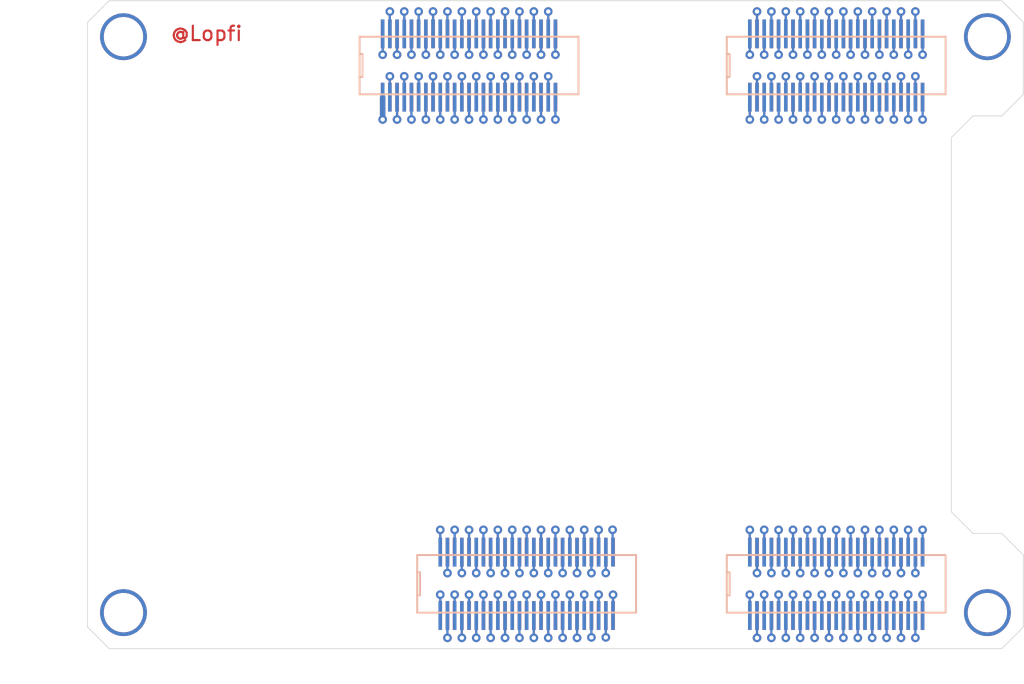
<source format=kicad_pcb>
(kicad_pcb (version 20211014) (generator pcbnew)
  (layers (0 "F.Cu" signal) (31 "B.Cu" signal) (34 "B.Paste" user) (35 "F.Paste" user) (36 "B.SilkS" user "B.Silkscreen") (37 "F.SilkS" user "F.Silkscreen") (38 "B.Mask" user) (39 "F.Mask" user) (44 "Edge.Cuts" user))
  (net 0 "")
  (net 1 "unconnected-(B1-PadA_1)")
  (net 2 "unconnected-(B1-PadA_2)")
  (net 3 "unconnected-(B1-PadA_3)")
  (net 4 "unconnected-(B1-PadA_4)")
  (net 5 "unconnected-(B1-PadA_5)")
  (net 6 "unconnected-(B1-PadA_6)")
  (net 7 "unconnected-(B1-PadA_7)")
  (net 8 "unconnected-(B1-PadA_8)")
  (net 9 "unconnected-(B1-PadA_9)")
  (net 10 "unconnected-(B1-PadA_10)")
  (net 11 "unconnected-(B1-PadA_11)")
  (net 12 "unconnected-(B1-PadA_12)")
  (net 13 "unconnected-(B1-PadA_13)")
  (net 14 "unconnected-(B1-PadA_14)")
  (net 15 "unconnected-(B1-PadA_15)")
  (net 16 "unconnected-(B1-PadA_16)")
  (net 17 "unconnected-(B1-PadA_17)")
  (net 18 "unconnected-(B1-PadA_18)")
  (net 19 "unconnected-(B1-PadA_19)")
  (net 20 "unconnected-(B1-PadA_20)")
  (net 21 "unconnected-(B1-PadA_21)")
  (net 22 "unconnected-(B1-PadA_22)")
  (net 23 "unconnected-(B1-PadA_23)")
  (net 24 "unconnected-(B1-PadA_24)")
  (net 25 "unconnected-(B1-PadA_25)")
  (net 26 "unconnected-(B1-PadA_26)")
  (net 27 "unconnected-(B1-PadA_27)")
  (net 28 "unconnected-(B1-PadA_28)")
  (net 29 "unconnected-(B1-PadA_29)")
  (net 30 "unconnected-(B1-PadA_30)")
  (net 31 "unconnected-(B1-PadA_31)")
  (net 32 "unconnected-(B1-PadA_32)")
  (net 33 "unconnected-(B1-PadA_33)")
  (net 34 "unconnected-(B1-PadA_34)")
  (net 35 "unconnected-(B1-PadA_35)")
  (net 36 "unconnected-(B1-PadA_36)")
  (net 37 "unconnected-(B1-PadA_37)")
  (net 38 "unconnected-(B1-PadA_38)")
  (net 39 "unconnected-(B1-PadA_39)")
  (net 40 "unconnected-(B1-PadA_40)")
  (net 41 "unconnected-(B1-PadA_41)")
  (net 42 "unconnected-(B1-PadA_42)")
  (net 43 "unconnected-(B1-PadA_43)")
  (net 44 "unconnected-(B1-PadA_44)")
  (net 45 "unconnected-(B1-PadA_45)")
  (net 46 "unconnected-(B1-PadA_46)")
  (net 47 "unconnected-(B1-PadA_47)")
  (net 48 "unconnected-(B1-PadA_48)")
  (net 49 "unconnected-(B1-PadA_49)")
  (net 50 "unconnected-(B1-PadA_50)")
  (net 51 "unconnected-(B1-PadB_1)")
  (net 52 "unconnected-(B1-PadB_2)")
  (net 53 "unconnected-(B1-PadB_3)")
  (net 54 "unconnected-(B1-PadB_4)")
  (net 55 "unconnected-(B1-PadB_5)")
  (net 56 "unconnected-(B1-PadB_6)")
  (net 57 "unconnected-(B1-PadB_7)")
  (net 58 "unconnected-(B1-PadB_8)")
  (net 59 "unconnected-(B1-PadB_9)")
  (net 60 "unconnected-(B1-PadB_10)")
  (net 61 "unconnected-(B1-PadB_11)")
  (net 62 "unconnected-(B1-PadB_12)")
  (net 63 "unconnected-(B1-PadB_13)")
  (net 64 "unconnected-(B1-PadB_14)")
  (net 65 "unconnected-(B1-PadB_15)")
  (net 66 "unconnected-(B1-PadB_16)")
  (net 67 "unconnected-(B1-PadB_17)")
  (net 68 "unconnected-(B1-PadB_18)")
  (net 69 "unconnected-(B1-PadB_19)")
  (net 70 "unconnected-(B1-PadB_20)")
  (net 71 "unconnected-(B1-PadB_21)")
  (net 72 "unconnected-(B1-PadB_22)")
  (net 73 "unconnected-(B1-PadB_23)")
  (net 74 "unconnected-(B1-PadB_24)")
  (net 75 "unconnected-(B1-PadB_25)")
  (net 76 "unconnected-(B1-PadB_26)")
  (net 77 "unconnected-(B1-PadB_27)")
  (net 78 "unconnected-(B1-PadB_28)")
  (net 79 "unconnected-(B1-PadB_29)")
  (net 80 "unconnected-(B1-PadB_30)")
  (net 81 "unconnected-(B1-PadB_31)")
  (net 82 "unconnected-(B1-PadB_32)")
  (net 83 "unconnected-(B1-PadB_33)")
  (net 84 "unconnected-(B1-PadB_34)")
  (net 85 "unconnected-(B1-PadB_35)")
  (net 86 "unconnected-(B1-PadB_36)")
  (net 87 "unconnected-(B1-PadB_37)")
  (net 88 "unconnected-(B1-PadB_38)")
  (net 89 "unconnected-(B1-PadB_39)")
  (net 90 "unconnected-(B1-PadB_40)")
  (net 91 "unconnected-(B1-PadB_41)")
  (net 92 "unconnected-(B1-PadB_42)")
  (net 93 "unconnected-(B1-PadB_43)")
  (net 94 "unconnected-(B1-PadB_44)")
  (net 95 "unconnected-(B1-PadB_45)")
  (net 96 "unconnected-(B1-PadB_46)")
  (net 97 "unconnected-(B1-PadB_47)")
  (net 98 "unconnected-(B1-PadB_48)")
  (net 99 "unconnected-(B1-PadB_49)")
  (net 100 "unconnected-(B1-PadB_50)")
  (net 101 "unconnected-(B1-PadC_1)")
  (net 102 "unconnected-(B1-PadC_2)")
  (net 103 "unconnected-(B1-PadC_3)")
  (net 104 "unconnected-(B1-PadC_4)")
  (net 105 "unconnected-(B1-PadC_5)")
  (net 106 "unconnected-(B1-PadC_6)")
  (net 107 "unconnected-(B1-PadC_7)")
  (net 108 "unconnected-(B1-PadC_8)")
  (net 109 "unconnected-(B1-PadC_9)")
  (net 110 "unconnected-(B1-PadC_10)")
  (net 111 "unconnected-(B1-PadC_11)")
  (net 112 "unconnected-(B1-PadC_12)")
  (net 113 "unconnected-(B1-PadC_13)")
  (net 114 "unconnected-(B1-PadC_14)")
  (net 115 "unconnected-(B1-PadC_15)")
  (net 116 "unconnected-(B1-PadC_16)")
  (net 117 "unconnected-(B1-PadC_17)")
  (net 118 "unconnected-(B1-PadC_18)")
  (net 119 "unconnected-(B1-PadC_19)")
  (net 120 "unconnected-(B1-PadC_20)")
  (net 121 "unconnected-(B1-PadC_21)")
  (net 122 "unconnected-(B1-PadC_22)")
  (net 123 "unconnected-(B1-PadC_23)")
  (net 124 "unconnected-(B1-PadC_24)")
  (net 125 "unconnected-(B1-PadC_25)")
  (net 126 "unconnected-(B1-PadC_26)")
  (net 127 "unconnected-(B1-PadC_27)")
  (net 128 "unconnected-(B1-PadC_28)")
  (net 129 "unconnected-(B1-PadC_29)")
  (net 130 "unconnected-(B1-PadC_30)")
  (net 131 "unconnected-(B1-PadC_31)")
  (net 132 "unconnected-(B1-PadC_32)")
  (net 133 "unconnected-(B1-PadC_33)")
  (net 134 "unconnected-(B1-PadC_34)")
  (net 135 "unconnected-(B1-PadC_35)")
  (net 136 "unconnected-(B1-PadC_36)")
  (net 137 "unconnected-(B1-PadC_37)")
  (net 138 "unconnected-(B1-PadC_38)")
  (net 139 "unconnected-(B1-PadC_39)")
  (net 140 "unconnected-(B1-PadC_40)")
  (net 141 "unconnected-(B1-PadC_41)")
  (net 142 "unconnected-(B1-PadC_42)")
  (net 143 "unconnected-(B1-PadC_43)")
  (net 144 "unconnected-(B1-PadC_44)")
  (net 145 "unconnected-(B1-PadC_45)")
  (net 146 "unconnected-(B1-PadC_46)")
  (net 147 "unconnected-(B1-PadC_47)")
  (net 148 "unconnected-(B1-PadC_48)")
  (net 149 "unconnected-(B1-PadC_49)")
  (net 150 "unconnected-(B1-PadC_50)")
  (net 151 "unconnected-(B1-PadD_1)")
  (net 152 "unconnected-(B1-PadD_2)")
  (net 153 "unconnected-(B1-PadD_3)")
  (net 154 "unconnected-(B1-PadD_4)")
  (net 155 "unconnected-(B1-PadD_5)")
  (net 156 "unconnected-(B1-PadD_6)")
  (net 157 "unconnected-(B1-PadD_7)")
  (net 158 "unconnected-(B1-PadD_8)")
  (net 159 "unconnected-(B1-PadD_9)")
  (net 160 "unconnected-(B1-PadD_10)")
  (net 161 "unconnected-(B1-PadD_11)")
  (net 162 "unconnected-(B1-PadD_12)")
  (net 163 "unconnected-(B1-PadD_13)")
  (net 164 "unconnected-(B1-PadD_14)")
  (net 165 "unconnected-(B1-PadD_15)")
  (net 166 "unconnected-(B1-PadD_16)")
  (net 167 "unconnected-(B1-PadD_17)")
  (net 168 "unconnected-(B1-PadD_18)")
  (net 169 "unconnected-(B1-PadD_19)")
  (net 170 "unconnected-(B1-PadD_20)")
  (net 171 "unconnected-(B1-PadD_21)")
  (net 172 "unconnected-(B1-PadD_22)")
  (net 173 "unconnected-(B1-PadD_23)")
  (net 174 "unconnected-(B1-PadD_24)")
  (net 175 "unconnected-(B1-PadD_25)")
  (net 176 "unconnected-(B1-PadD_26)")
  (net 177 "unconnected-(B1-PadD_27)")
  (net 178 "unconnected-(B1-PadD_28)")
  (net 179 "unconnected-(B1-PadD_29)")
  (net 180 "unconnected-(B1-PadD_30)")
  (net 181 "unconnected-(B1-PadD_31)")
  (net 182 "unconnected-(B1-PadD_32)")
  (net 183 "unconnected-(B1-PadD_33)")
  (net 184 "unconnected-(B1-PadD_34)")
  (net 185 "unconnected-(B1-PadD_35)")
  (net 186 "unconnected-(B1-PadD_36)")
  (net 187 "unconnected-(B1-PadD_37)")
  (net 188 "unconnected-(B1-PadD_38)")
  (net 189 "unconnected-(B1-PadD_39)")
  (net 190 "unconnected-(B1-PadD_40)")
  (net 191 "unconnected-(B1-PadD_41)")
  (net 192 "unconnected-(B1-PadD_42)")
  (net 193 "unconnected-(B1-PadD_43)")
  (net 194 "unconnected-(B1-PadD_44)")
  (net 195 "unconnected-(B1-PadD_45)")
  (net 196 "unconnected-(B1-PadD_46)")
  (net 197 "unconnected-(B1-PadD_47)")
  (net 198 "unconnected-(B1-PadD_48)")
  (net 199 "unconnected-(B1-PadD_49)")
  (net 200 "unconnected-(B1-PadD_50)")
  (footprint "ALCHITRY_ELEMENT:ELEMENT" (layer "F.Cu") (at 117.46 127.81)
    (fp_text reference "B1" hide)
    (fp_text value "ALCHITRY_ELEMENT_AU")
  )
  (gr_line (start 117.46 84.31) (end 117.46 126.31) (layer "Edge.Cuts") (width 0.05))
  (gr_line (start 117.46 126.31) (end 118.96 127.81) (layer "Edge.Cuts") (width 0.05))
  (gr_line (start 182.46 126.31) (end 182.46 121.31) (layer "Edge.Cuts") (width 0.05))
  (gr_line (start 182.46 89.31) (end 182.46 84.31) (layer "Edge.Cuts") (width 0.05))
  (gr_line (start 182.46 84.31) (end 180.96 82.81) (layer "Edge.Cuts") (width 0.05))
  (gr_line (start 180.96 82.81) (end 118.96 82.81) (layer "Edge.Cuts") (width 0.05))
  (gr_line (start 180.96 119.81) (end 178.96 119.81) (layer "Edge.Cuts") (width 0.05))
  (gr_line (start 177.46 118.31) (end 177.46 92.31) (layer "Edge.Cuts") (width 0.05))
  (gr_line (start 180.96 127.81) (end 182.46 126.31) (layer "Edge.Cuts") (width 0.05))
  (gr_line (start 180.96 90.81) (end 182.46 89.31) (layer "Edge.Cuts") (width 0.05))
  (gr_line (start 178.96 119.81) (end 177.46 118.31) (layer "Edge.Cuts") (width 0.05))
  (gr_line (start 118.96 127.81) (end 180.96 127.81) (layer "Edge.Cuts") (width 0.05))
  (gr_line (start 118.96 82.81) (end 117.46 84.31) (layer "Edge.Cuts") (width 0.05))
  (gr_line (start 178.96 90.81) (end 180.96 90.81) (layer "Edge.Cuts") (width 0.05))
  (gr_line (start 182.46 121.31) (end 180.96 119.81) (layer "Edge.Cuts") (width 0.05))
  (gr_line (start 177.46 92.31) (end 178.96 90.81) (layer "Edge.Cuts") (width 0.05))
  (gr_text "@Lopfi" (at 125.73 85.09) (layer "F.Cu") (effects (font (size 1 1))))
  (segment (start 137.96 91.06) (end 137.96 89.56) (width 0.381) (layer "F.Cu") (net 1))
  (via (at 137.96 91.06) (size 0.6) (drill 0.3) (layers "F.Cu" "B.Cu") (net 1))
  (segment (start 137.96 89.51) (end 137.96 91.06) (width 0.381) (layer "B.Cu") (net 1))
  (segment (start 138.46 89.51) (end 138.46 88.06) (width 0.1524) (layer "F.Cu") (net 2))
  (via (at 138.46 88.06) (size 0.6) (drill 0.3) (layers "F.Cu" "B.Cu") (net 2))
  (segment (start 138.46 88.06) (end 138.46 89.56) (width 0.1524) (layer "B.Cu") (net 2))
  (segment (start 138.96 89.51) (end 138.96 91.06) (width 0.1524) (layer "F.Cu") (net 3))
  (via (at 138.96 91.06) (size 0.6) (drill 0.3) (layers "F.Cu" "B.Cu") (net 3))
  (segment (start 138.96 91.06) (end 138.96 89.56) (width 0.1524) (layer "B.Cu") (net 3))
  (segment (start 139.46 89.51) (end 139.46 88.06) (width 0.1524) (layer "F.Cu") (net 4))
  (via (at 139.46 88.06) (size 0.6) (drill 0.3) (layers "F.Cu" "B.Cu") (net 4))
  (segment (start 139.46 88.06) (end 139.46 89.56) (width 0.1524) (layer "B.Cu") (net 4))
  (segment (start 139.96 91.06) (end 139.96 89.56) (width 0.1524) (layer "F.Cu") (net 5))
  (via (at 139.96 91.06) (size 0.6) (drill 0.3) (layers "F.Cu" "B.Cu") (net 5))
  (segment (start 139.96 89.51) (end 139.96 91.06) (width 0.1524) (layer "B.Cu") (net 5))
  (segment (start 140.46 89.51) (end 140.46 88.06) (width 0.1524) (layer "F.Cu") (net 6))
  (via (at 140.46 88.06) (size 0.6) (drill 0.3) (layers "F.Cu" "B.Cu") (net 6))
  (segment (start 140.46 88.06) (end 140.46 89.56) (width 0.1524) (layer "B.Cu") (net 6))
  (segment (start 140.96 89.61) (end 140.96 91.06) (width 0.1524) (layer "F.Cu") (net 7))
  (via (at 140.96 91.06) (size 0.6) (drill 0.3) (layers "F.Cu" "B.Cu") (net 7))
  (segment (start 140.96 91.06) (end 140.96 89.56) (width 0.1524) (layer "B.Cu") (net 7))
  (segment (start 141.46 88.06) (end 141.46 89.56) (width 0.1524) (layer "F.Cu") (net 8))
  (via (at 141.46 88.06) (size 0.6) (drill 0.3) (layers "F.Cu" "B.Cu") (net 8))
  (segment (start 141.46 89.51) (end 141.46 88.06) (width 0.1524) (layer "B.Cu") (net 8))
  (segment (start 141.96 89.51) (end 141.96 91.06) (width 0.1524) (layer "F.Cu") (net 9))
  (via (at 141.96 91.06) (size 0.6) (drill 0.3) (layers "F.Cu" "B.Cu") (net 9))
  (segment (start 141.96 91.06) (end 141.96 89.56) (width 0.1524) (layer "B.Cu") (net 9))
  (segment (start 142.46 89.51) (end 142.46 88.06) (width 0.1524) (layer "F.Cu") (net 10))
  (via (at 142.46 88.06) (size 0.6) (drill 0.3) (layers "F.Cu" "B.Cu") (net 10))
  (segment (start 142.46 88.06) (end 142.46 89.56) (width 0.1524) (layer "B.Cu") (net 10))
  (segment (start 142.96 91.06) (end 142.96 89.56) (width 0.1524) (layer "F.Cu") (net 11))
  (via (at 142.96 91.06) (size 0.6) (drill 0.3) (layers "F.Cu" "B.Cu") (net 11))
  (segment (start 142.96 89.51) (end 142.96 91.06) (width 0.1524) (layer "B.Cu") (net 11))
  (segment (start 143.46 89.51) (end 143.46 88.06) (width 0.1524) (layer "F.Cu") (net 12))
  (via (at 143.46 88.06) (size 0.6) (drill 0.3) (layers "F.Cu" "B.Cu") (net 12))
  (segment (start 143.46 88.06) (end 143.46 89.56) (width 0.1524) (layer "B.Cu") (net 12))
  (segment (start 143.96 89.61) (end 143.96 91.06) (width 0.1524) (layer "F.Cu") (net 13))
  (via (at 143.96 91.06) (size 0.6) (drill 0.3) (layers "F.Cu" "B.Cu") (net 13))
  (segment (start 143.96 91.06) (end 143.96 89.56) (width 0.1524) (layer "B.Cu") (net 13))
  (segment (start 144.46 88.06) (end 144.46 89.56) (width 0.1524) (layer "F.Cu") (net 14))
  (via (at 144.46 88.06) (size 0.6) (drill 0.3) (layers "F.Cu" "B.Cu") (net 14))
  (segment (start 144.46 89.51) (end 144.46 88.06) (width 0.1524) (layer "B.Cu") (net 14))
  (segment (start 144.96 89.51) (end 144.96 91.06) (width 0.1524) (layer "F.Cu") (net 15))
  (via (at 144.96 91.06) (size 0.6) (drill 0.3) (layers "F.Cu" "B.Cu") (net 15))
  (segment (start 144.96 91.06) (end 144.96 89.56) (width 0.1524) (layer "B.Cu") (net 15))
  (segment (start 145.46 89.51) (end 145.46 88.06) (width 0.1524) (layer "F.Cu") (net 16))
  (via (at 145.46 88.06) (size 0.6) (drill 0.3) (layers "F.Cu" "B.Cu") (net 16))
  (segment (start 145.46 88.06) (end 145.46 89.56) (width 0.1524) (layer "B.Cu") (net 16))
  (segment (start 145.96 91.06) (end 145.96 89.56) (width 0.1524) (layer "F.Cu") (net 17))
  (via (at 145.96 91.06) (size 0.6) (drill 0.3) (layers "F.Cu" "B.Cu") (net 17))
  (segment (start 145.96 89.51) (end 145.96 91.06) (width 0.1524) (layer "B.Cu") (net 17))
  (segment (start 146.46 89.51) (end 146.46 88.06) (width 0.1524) (layer "F.Cu") (net 18))
  (via (at 146.46 88.06) (size 0.6) (drill 0.3) (layers "F.Cu" "B.Cu") (net 18))
  (segment (start 146.46 88.06) (end 146.46 89.56) (width 0.1524) (layer "B.Cu") (net 18))
  (segment (start 146.96 89.61) (end 146.96 91.06) (width 0.1524) (layer "F.Cu") (net 19))
  (via (at 146.96 91.06) (size 0.6) (drill 0.3) (layers "F.Cu" "B.Cu") (net 19))
  (segment (start 146.96 91.06) (end 146.96 89.56) (width 0.1524) (layer "B.Cu") (net 19))
  (segment (start 147.46 88.06) (end 147.46 89.56) (width 0.1524) (layer "F.Cu") (net 20))
  (via (at 147.46 88.06) (size 0.6) (drill 0.3) (layers "F.Cu" "B.Cu") (net 20))
  (segment (start 147.46 89.51) (end 147.46 88.06) (width 0.1524) (layer "B.Cu") (net 20))
  (segment (start 147.96 89.51) (end 147.96 91.06) (width 0.1524) (layer "F.Cu") (net 21))
  (via (at 147.96 91.06) (size 0.6) (drill 0.3) (layers "F.Cu" "B.Cu") (net 21))
  (segment (start 147.96 91.06) (end 147.96 89.56) (width 0.1524) (layer "B.Cu") (net 21))
  (segment (start 148.46 89.51) (end 148.46 88.06) (width 0.1524) (layer "F.Cu") (net 22))
  (via (at 148.46 88.06) (size 0.6) (drill 0.3) (layers "F.Cu" "B.Cu") (net 22))
  (segment (start 148.46 88.06) (end 148.46 89.56) (width 0.1524) (layer "B.Cu") (net 22))
  (segment (start 148.96 91.06) (end 148.96 89.56) (width 0.1524) (layer "F.Cu") (net 23))
  (via (at 148.96 91.06) (size 0.6) (drill 0.3) (layers "F.Cu" "B.Cu") (net 23))
  (segment (start 148.96 89.51) (end 148.96 91.06) (width 0.1524) (layer "B.Cu") (net 23))
  (segment (start 149.46 89.51) (end 149.46 88.06) (width 0.1524) (layer "F.Cu") (net 24))
  (via (at 149.46 88.06) (size 0.6) (drill 0.3) (layers "F.Cu" "B.Cu") (net 24))
  (segment (start 149.46 88.06) (end 149.46 89.56) (width 0.1524) (layer "B.Cu") (net 24))
  (segment (start 149.96 89.61) (end 149.96 91.06) (width 0.1524) (layer "F.Cu") (net 25))
  (via (at 149.96 91.06) (size 0.6) (drill 0.3) (layers "F.Cu" "B.Cu") (net 25))
  (segment (start 149.96 91.06) (end 149.96 89.56) (width 0.1524) (layer "B.Cu") (net 25))
  (segment (start 149.96 85.11) (end 149.96 86.56) (width 0.1524) (layer "F.Cu") (net 26))
  (via (at 149.96 86.56) (size 0.6) (drill 0.3) (layers "F.Cu" "B.Cu") (net 26))
  (segment (start 149.96 86.56) (end 149.96 85.06) (width 0.1524) (layer "B.Cu") (net 26))
  (segment (start 149.46 83.56) (end 149.46 85.06) (width 0.1524) (layer "F.Cu") (net 27))
  (via (at 149.46 83.56) (size 0.6) (drill 0.3) (layers "F.Cu" "B.Cu") (net 27))
  (segment (start 149.46 85.11) (end 149.46 83.56) (width 0.1524) (layer "B.Cu") (net 27))
  (segment (start 148.96 85.11) (end 148.96 86.56) (width 0.1524) (layer "F.Cu") (net 28))
  (via (at 148.96 86.56) (size 0.6) (drill 0.3) (layers "F.Cu" "B.Cu") (net 28))
  (segment (start 148.96 86.56) (end 148.96 85.06) (width 0.1524) (layer "B.Cu") (net 28))
  (segment (start 148.46 85.01) (end 148.46 83.56) (width 0.1524) (layer "F.Cu") (net 29))
  (via (at 148.46 83.56) (size 0.6) (drill 0.3) (layers "F.Cu" "B.Cu") (net 29))
  (segment (start 148.46 83.56) (end 148.46 85.06) (width 0.1524) (layer "B.Cu") (net 29))
  (segment (start 147.96 86.56) (end 147.96 85.31) (width 0.1524) (layer "F.Cu") (net 30))
  (via (at 147.96 86.56) (size 0.6) (drill 0.3) (layers "F.Cu" "B.Cu") (net 30))
  (segment (start 147.96 85.11) (end 147.96 86.56) (width 0.1524) (layer "B.Cu") (net 30))
  (segment (start 147.46 85.11) (end 147.46 83.56) (width 0.1524) (layer "F.Cu") (net 31))
  (via (at 147.46 83.56) (size 0.6) (drill 0.3) (layers "F.Cu" "B.Cu") (net 31))
  (segment (start 147.46 83.56) (end 147.46 85.31) (width 0.1524) (layer "B.Cu") (net 31))
  (segment (start 146.96 85.11) (end 146.96 86.56) (width 0.1524) (layer "F.Cu") (net 32))
  (via (at 146.96 86.56) (size 0.6) (drill 0.3) (layers "F.Cu" "B.Cu") (net 32))
  (segment (start 146.96 86.56) (end 146.96 85.06) (width 0.1524) (layer "B.Cu") (net 32))
  (segment (start 146.46 83.56) (end 146.46 85.31) (width 0.1524) (layer "F.Cu") (net 33))
  (via (at 146.46 83.56) (size 0.6) (drill 0.3) (layers "F.Cu" "B.Cu") (net 33))
  (segment (start 146.46 85.11) (end 146.46 83.56) (width 0.1524) (layer "B.Cu") (net 33))
  (segment (start 145.96 85.11) (end 145.96 86.56) (width 0.1524) (layer "F.Cu") (net 34))
  (via (at 145.96 86.56) (size 0.6) (drill 0.3) (layers "F.Cu" "B.Cu") (net 34))
  (segment (start 145.96 86.56) (end 145.96 85.06) (width 0.1524) (layer "B.Cu") (net 34))
  (segment (start 145.46 85.01) (end 145.46 83.56) (width 0.1524) (layer "F.Cu") (net 35))
  (via (at 145.46 83.56) (size 0.6) (drill 0.3) (layers "F.Cu" "B.Cu") (net 35))
  (segment (start 145.46 83.56) (end 145.46 85.06) (width 0.1524) (layer "B.Cu") (net 35))
  (segment (start 144.96 86.56) (end 144.96 85.06) (width 0.1524) (layer "F.Cu") (net 36))
  (via (at 144.96 86.56) (size 0.6) (drill 0.3) (layers "F.Cu" "B.Cu") (net 36))
  (segment (start 144.96 85.11) (end 144.96 86.56) (width 0.1524) (layer "B.Cu") (net 36))
  (segment (start 144.46 85.11) (end 144.46 83.56) (width 0.1524) (layer "F.Cu") (net 37))
  (via (at 144.46 83.56) (size 0.6) (drill 0.3) (layers "F.Cu" "B.Cu") (net 37))
  (segment (start 144.46 83.56) (end 144.46 85.06) (width 0.1524) (layer "B.Cu") (net 37))
  (segment (start 143.96 85.11) (end 143.96 86.56) (width 0.1524) (layer "F.Cu") (net 38))
  (via (at 143.96 86.56) (size 0.6) (drill 0.3) (layers "F.Cu" "B.Cu") (net 38))
  (segment (start 143.96 86.56) (end 143.96 85.06) (width 0.1524) (layer "B.Cu") (net 38))
  (segment (start 143.46 83.56) (end 143.46 85.06) (width 0.1524) (layer "F.Cu") (net 39))
  (via (at 143.46 83.56) (size 0.6) (drill 0.3) (layers "F.Cu" "B.Cu") (net 39))
  (segment (start 143.46 85.11) (end 143.46 83.56) (width 0.1524) (layer "B.Cu") (net 39))
  (segment (start 142.96 85.11) (end 142.96 86.56) (width 0.1524) (layer "F.Cu") (net 40))
  (via (at 142.96 86.56) (size 0.6) (drill 0.3) (layers "F.Cu" "B.Cu") (net 40))
  (segment (start 142.96 86.56) (end 142.96 85.06) (width 0.1524) (layer "B.Cu") (net 40))
  (segment (start 142.46 85.01) (end 142.46 83.56) (width 0.1524) (layer "F.Cu") (net 41))
  (via (at 142.46 83.56) (size 0.6) (drill 0.3) (layers "F.Cu" "B.Cu") (net 41))
  (segment (start 142.46 83.56) (end 142.46 85.06) (width 0.1524) (layer "B.Cu") (net 41))
  (segment (start 141.96 86.56) (end 141.96 85.06) (width 0.1524) (layer "F.Cu") (net 42))
  (via (at 141.96 86.56) (size 0.6) (drill 0.3) (layers "F.Cu" "B.Cu") (net 42))
  (segment (start 141.96 85.11) (end 141.96 86.56) (width 0.1524) (layer "B.Cu") (net 42))
  (segment (start 141.46 85.11) (end 141.46 83.56) (width 0.1524) (layer "F.Cu") (net 43))
  (via (at 141.46 83.56) (size 0.6) (drill 0.3) (layers "F.Cu" "B.Cu") (net 43))
  (segment (start 141.46 83.56) (end 141.46 85.06) (width 0.1524) (layer "B.Cu") (net 43))
  (segment (start 140.96 85.11) (end 140.96 86.56) (width 0.1524) (layer "F.Cu") (net 44))
  (via (at 140.96 86.56) (size 0.6) (drill 0.3) (layers "F.Cu" "B.Cu") (net 44))
  (segment (start 140.96 86.56) (end 140.96 85.06) (width 0.1524) (layer "B.Cu") (net 44))
  (segment (start 140.46 83.56) (end 140.46 85.06) (width 0.1524) (layer "F.Cu") (net 45))
  (via (at 140.46 83.56) (size 0.6) (drill 0.3) (layers "F.Cu" "B.Cu") (net 45))
  (segment (start 140.46 85.11) (end 140.46 83.56) (width 0.1524) (layer "B.Cu") (net 45))
  (segment (start 139.96 85.11) (end 139.96 86.56) (width 0.1524) (layer "F.Cu") (net 46))
  (via (at 139.96 86.56) (size 0.6) (drill 0.3) (layers "F.Cu" "B.Cu") (net 46))
  (segment (start 139.96 86.56) (end 139.96 85.06) (width 0.1524) (layer "B.Cu") (net 46))
  (segment (start 139.46 85.01) (end 139.46 83.56) (width 0.1524) (layer "F.Cu") (net 47))
  (via (at 139.46 83.56) (size 0.6) (drill 0.3) (layers "F.Cu" "B.Cu") (net 47))
  (segment (start 139.46 83.56) (end 139.46 85.06) (width 0.1524) (layer "B.Cu") (net 47))
  (segment (start 138.96 86.56) (end 138.96 85.06) (width 0.1524) (layer "F.Cu") (net 48))
  (via (at 138.96 86.56) (size 0.6) (drill 0.3) (layers "F.Cu" "B.Cu") (net 48))
  (segment (start 138.96 85.11) (end 138.96 86.56) (width 0.1524) (layer "B.Cu") (net 48))
  (segment (start 138.46 85.11) (end 138.46 83.56) (width 0.1524) (layer "F.Cu") (net 49))
  (via (at 138.46 83.56) (size 0.6) (drill 0.3) (layers "F.Cu" "B.Cu") (net 49))
  (segment (start 138.46 83.56) (end 138.46 85.06) (width 0.1524) (layer "B.Cu") (net 49))
  (segment (start 137.96 86.56) (end 137.96 85.06) (width 0.1524) (layer "F.Cu") (net 50))
  (via (at 137.96 86.56) (size 0.6) (drill 0.3) (layers "F.Cu" "B.Cu") (net 50))
  (segment (start 137.96 85.11) (end 137.96 86.56) (width 0.1524) (layer "B.Cu") (net 50))
  (segment (start 163.46 91.06) (end 163.46 89.56) (width 0.1524) (layer "F.Cu") (net 51))
  (via (at 163.46 91.06) (size 0.6) (drill 0.3) (layers "F.Cu" "B.Cu") (net 51))
  (segment (start 163.46 89.51) (end 163.46 91.06) (width 0.1524) (layer "B.Cu") (net 51))
  (segment (start 163.96 89.51) (end 163.96 88.06) (width 0.1524) (layer "F.Cu") (net 52))
  (via (at 163.96 88.06) (size 0.6) (drill 0.3) (layers "F.Cu" "B.Cu") (net 52))
  (segment (start 163.96 88.06) (end 163.96 89.56) (width 0.1524) (layer "B.Cu") (net 52))
  (segment (start 164.46 91.06) (end 164.46 89.56) (width 0.1524) (layer "F.Cu") (net 53))
  (via (at 164.46 91.06) (size 0.6) (drill 0.3) (layers "F.Cu" "B.Cu") (net 53))
  (segment (start 164.46 89.51) (end 164.46 91.06) (width 0.1524) (layer "B.Cu") (net 53))
  (segment (start 164.96 89.51) (end 164.96 88.06) (width 0.1524) (layer "F.Cu") (net 54))
  (via (at 164.96 88.06) (size 0.6) (drill 0.3) (layers "F.Cu" "B.Cu") (net 54))
  (segment (start 164.96 88.06) (end 164.96 89.56) (width 0.1524) (layer "B.Cu") (net 54))
  (segment (start 165.46 89.51) (end 165.46 91.06) (width 0.1524) (layer "F.Cu") (net 55))
  (via (at 165.46 91.06) (size 0.6) (drill 0.3) (layers "F.Cu" "B.Cu") (net 55))
  (segment (start 165.46 91.06) (end 165.46 89.56) (width 0.1524) (layer "B.Cu") (net 55))
  (segment (start 165.96 88.06) (end 165.96 89.56) (width 0.1524) (layer "F.Cu") (net 56))
  (via (at 165.96 88.06) (size 0.6) (drill 0.3) (layers "F.Cu" "B.Cu") (net 56))
  (segment (start 165.96 89.51) (end 165.96 88.06) (width 0.1524) (layer "B.Cu") (net 56))
  (segment (start 166.46 89.61) (end 166.46 91.06) (width 0.1524) (layer "F.Cu") (net 57))
  (via (at 166.46 91.06) (size 0.6) (drill 0.3) (layers "F.Cu" "B.Cu") (net 57))
  (segment (start 166.46 91.06) (end 166.46 89.56) (width 0.1524) (layer "B.Cu") (net 57))
  (segment (start 166.96 89.51) (end 166.96 88.06) (width 0.1524) (layer "F.Cu") (net 58))
  (via (at 166.96 88.06) (size 0.6) (drill 0.3) (layers "F.Cu" "B.Cu") (net 58))
  (segment (start 166.96 88.06) (end 166.96 89.56) (width 0.1524) (layer "B.Cu") (net 58))
  (segment (start 167.46 91.06) (end 167.46 89.31) (width 0.1524) (layer "F.Cu") (net 59))
  (via (at 167.46 91.06) (size 0.6) (drill 0.3) (layers "F.Cu" "B.Cu") (net 59))
  (segment (start 167.46 89.51) (end 167.46 91.06) (width 0.1524) (layer "B.Cu") (net 59))
  (segment (start 167.96 89.51) (end 167.96 88.06) (width 0.1524) (layer "F.Cu") (net 60))
  (via (at 167.96 88.06) (size 0.6) (drill 0.3) (layers "F.Cu" "B.Cu") (net 60))
  (segment (start 167.96 88.06) (end 167.96 89.56) (width 0.1524) (layer "B.Cu") (net 60))
  (segment (start 168.46 89.51) (end 168.46 91.06) (width 0.1524) (layer "F.Cu") (net 61))
  (via (at 168.46 91.06) (size 0.6) (drill 0.3) (layers "F.Cu" "B.Cu") (net 61))
  (segment (start 168.46 91.06) (end 168.46 89.56) (width 0.1524) (layer "B.Cu") (net 61))
  (segment (start 168.96 88.06) (end 168.96 89.56) (width 0.1524) (layer "F.Cu") (net 62))
  (via (at 168.96 88.06) (size 0.6) (drill 0.3) (layers "F.Cu" "B.Cu") (net 62))
  (segment (start 168.96 89.51) (end 168.96 88.06) (width 0.1524) (layer "B.Cu") (net 62))
  (segment (start 169.46 89.61) (end 169.46 91.06) (width 0.1524) (layer "F.Cu") (net 63))
  (via (at 169.46 91.06) (size 0.6) (drill 0.3) (layers "F.Cu" "B.Cu") (net 63))
  (segment (start 169.46 91.06) (end 169.46 89.56) (width 0.1524) (layer "B.Cu") (net 63))
  (segment (start 169.96 89.51) (end 169.96 88.06) (width 0.1524) (layer "F.Cu") (net 64))
  (via (at 169.96 88.06) (size 0.6) (drill 0.3) (layers "F.Cu" "B.Cu") (net 64))
  (segment (start 169.96 88.06) (end 169.96 89.56) (width 0.1524) (layer "B.Cu") (net 64))
  (segment (start 170.46 91.06) (end 170.46 89.56) (width 0.1524) (layer "F.Cu") (net 65))
  (via (at 170.46 91.06) (size 0.6) (drill 0.3) (layers "F.Cu" "B.Cu") (net 65))
  (segment (start 170.46 89.51) (end 170.46 91.06) (width 0.1524) (layer "B.Cu") (net 65))
  (segment (start 170.96 89.51) (end 170.96 88.06) (width 0.1524) (layer "F.Cu") (net 66))
  (via (at 170.96 88.06) (size 0.6) (drill 0.3) (layers "F.Cu" "B.Cu") (net 66))
  (segment (start 170.96 88.06) (end 170.96 89.56) (width 0.1524) (layer "B.Cu") (net 66))
  (segment (start 171.46 91.06) (end 171.46 89.56) (width 0.1524) (layer "F.Cu") (net 67))
  (via (at 171.46 91.06) (size 0.6) (drill 0.3) (layers "F.Cu" "B.Cu") (net 67))
  (segment (start 171.46 89.51) (end 171.46 91.06) (width 0.1524) (layer "B.Cu") (net 67))
  (segment (start 171.96 89.51) (end 171.96 88.06) (width 0.1524) (layer "F.Cu") (net 68))
  (via (at 171.96 88.06) (size 0.6) (drill 0.3) (layers "F.Cu" "B.Cu") (net 68))
  (segment (start 171.96 88.06) (end 171.96 89.56) (width 0.1524) (layer "B.Cu") (net 68))
  (segment (start 172.46 89.61) (end 172.46 91.06) (width 0.1524) (layer "F.Cu") (net 69))
  (via (at 172.46 91.06) (size 0.6) (drill 0.3) (layers "F.Cu" "B.Cu") (net 69))
  (segment (start 172.46 91.06) (end 172.46 89.56) (width 0.1524) (layer "B.Cu") (net 69))
  (segment (start 172.96 88.06) (end 172.96 89.56) (width 0.1524) (layer "F.Cu") (net 70))
  (via (at 172.96 88.06) (size 0.6) (drill 0.3) (layers "F.Cu" "B.Cu") (net 70))
  (segment (start 172.96 89.51) (end 172.96 88.06) (width 0.1524) (layer "B.Cu") (net 70))
  (segment (start 173.46 89.51) (end 173.46 91.06) (width 0.1524) (layer "F.Cu") (net 71))
  (via (at 173.46 91.06) (size 0.6) (drill 0.3) (layers "F.Cu" "B.Cu") (net 71))
  (segment (start 173.46 91.06) (end 173.46 89.56) (width 0.1524) (layer "B.Cu") (net 71))
  (segment (start 173.96 89.51) (end 173.96 88.06) (width 0.1524) (layer "F.Cu") (net 72))
  (via (at 173.96 88.06) (size 0.6) (drill 0.3) (layers "F.Cu" "B.Cu") (net 72))
  (segment (start 173.96 88.06) (end 173.96 89.56) (width 0.1524) (layer "B.Cu") (net 72))
  (segment (start 174.46 91.06) (end 174.46 89.56) (width 0.1524) (layer "F.Cu") (net 73))
  (via (at 174.46 91.06) (size 0.6) (drill 0.3) (layers "F.Cu" "B.Cu") (net 73))
  (segment (start 174.46 89.51) (end 174.46 91.06) (width 0.1524) (layer "B.Cu") (net 73))
  (segment (start 174.96 89.51) (end 174.96 88.06) (width 0.1524) (layer "F.Cu") (net 74))
  (via (at 174.96 88.06) (size 0.6) (drill 0.3) (layers "F.Cu" "B.Cu") (net 74))
  (segment (start 174.96 88.06) (end 174.96 89.56) (width 0.1524) (layer "B.Cu") (net 74))
  (segment (start 175.46 89.61) (end 175.46 91.06) (width 0.1524) (layer "F.Cu") (net 75))
  (via (at 175.46 91.06) (size 0.6) (drill 0.3) (layers "F.Cu" "B.Cu") (net 75))
  (segment (start 175.46 91.06) (end 175.46 89.56) (width 0.1524) (layer "B.Cu") (net 75))
  (segment (start 175.46 85.11) (end 175.46 86.56) (width 0.1524) (layer "F.Cu") (net 76))
  (via (at 175.46 86.56) (size 0.6) (drill 0.3) (layers "F.Cu" "B.Cu") (net 76))
  (segment (start 175.46 86.56) (end 175.46 85.06) (width 0.1524) (layer "B.Cu") (net 76))
  (segment (start 174.96 85.11) (end 174.96 83.56) (width 0.1524) (layer "F.Cu") (net 77))
  (via (at 174.96 83.56) (size 0.6) (drill 0.3) (layers "F.Cu" "B.Cu") (net 77))
  (segment (start 174.96 83.56) (end 174.96 85.06) (width 0.1524) (layer "B.Cu") (net 77))
  (segment (start 174.46 86.56) (end 174.46 85.06) (width 0.1524) (layer "F.Cu") (net 78))
  (via (at 174.46 86.56) (size 0.6) (drill 0.3) (layers "F.Cu" "B.Cu") (net 78))
  (segment (start 174.46 85.11) (end 174.46 86.56) (width 0.1524) (layer "B.Cu") (net 78))
  (segment (start 173.96 85.01) (end 173.96 83.56) (width 0.1524) (layer "F.Cu") (net 79))
  (via (at 173.96 83.56) (size 0.6) (drill 0.3) (layers "F.Cu" "B.Cu") (net 79))
  (segment (start 173.96 83.56) (end 173.96 85.06) (width 0.1524) (layer "B.Cu") (net 79))
  (segment (start 173.46 86.56) (end 173.46 85.06) (width 0.1524) (layer "F.Cu") (net 80))
  (via (at 173.46 86.56) (size 0.6) (drill 0.3) (layers "F.Cu" "B.Cu") (net 80))
  (segment (start 173.46 85.11) (end 173.46 86.56) (width 0.1524) (layer "B.Cu") (net 80))
  (segment (start 172.96 85.11) (end 172.96 83.56) (width 0.1524) (layer "F.Cu") (net 81))
  (via (at 172.96 83.56) (size 0.6) (drill 0.3) (layers "F.Cu" "B.Cu") (net 81))
  (segment (start 172.96 83.56) (end 172.96 85.06) (width 0.1524) (layer "B.Cu") (net 81))
  (segment (start 172.46 85.11) (end 172.46 86.56) (width 0.1524) (layer "F.Cu") (net 82))
  (via (at 172.46 86.56) (size 0.6) (drill 0.3) (layers "F.Cu" "B.Cu") (net 82))
  (segment (start 172.46 86.56) (end 172.46 85.06) (width 0.1524) (layer "B.Cu") (net 82))
  (segment (start 171.96 83.56) (end 171.96 85.06) (width 0.1524) (layer "F.Cu") (net 83))
  (via (at 171.96 83.56) (size 0.6) (drill 0.3) (layers "F.Cu" "B.Cu") (net 83))
  (segment (start 171.96 85.11) (end 171.96 83.56) (width 0.1524) (layer "B.Cu") (net 83))
  (segment (start 171.46 85.11) (end 171.46 86.56) (width 0.1524) (layer "F.Cu") (net 84))
  (via (at 171.46 86.56) (size 0.6) (drill 0.3) (layers "F.Cu" "B.Cu") (net 84))
  (segment (start 171.46 86.56) (end 171.46 85.06) (width 0.1524) (layer "B.Cu") (net 84))
  (segment (start 170.96 85.01) (end 170.96 83.56) (width 0.1524) (layer "F.Cu") (net 85))
  (via (at 170.96 83.56) (size 0.6) (drill 0.3) (layers "F.Cu" "B.Cu") (net 85))
  (segment (start 170.96 83.56) (end 170.96 85.06) (width 0.1524) (layer "B.Cu") (net 85))
  (segment (start 170.46 86.56) (end 170.46 85.31) (width 0.1524) (layer "F.Cu") (net 86))
  (segment (start 170.46 85.31) (end 170.46 85.06) (width 0.1524) (layer "F.Cu") (net 86))
  (via (at 170.46 86.56) (size 0.6) (drill 0.3) (layers "F.Cu" "B.Cu") (net 86))
  (segment (start 170.46 85.11) (end 170.46 86.56) (width 0.1524) (layer "B.Cu") (net 86))
  (segment (start 169.96 85.11) (end 169.96 83.56) (width 0.1524) (layer "F.Cu") (net 87))
  (via (at 169.96 83.56) (size 0.6) (drill 0.3) (layers "F.Cu" "B.Cu") (net 87))
  (segment (start 169.96 83.56) (end 169.96 85.06) (width 0.1524) (layer "B.Cu") (net 87))
  (segment (start 169.46 85.11) (end 169.46 86.56) (width 0.1524) (layer "F.Cu") (net 88))
  (via (at 169.46 86.56) (size 0.6) (drill 0.3) (layers "F.Cu" "B.Cu") (net 88))
  (segment (start 169.46 86.56) (end 169.46 85.06) (width 0.1524) (layer "B.Cu") (net 88))
  (segment (start 168.96 83.56) (end 168.96 85.06) (width 0.1524) (layer "F.Cu") (net 89))
  (via (at 168.96 83.56) (size 0.6) (drill 0.3) (layers "F.Cu" "B.Cu") (net 89))
  (segment (start 168.96 85.11) (end 168.96 83.56) (width 0.1524) (layer "B.Cu") (net 89))
  (segment (start 168.46 85.11) (end 168.46 86.56) (width 0.1524) (layer "F.Cu") (net 90))
  (via (at 168.46 86.56) (size 0.6) (drill 0.3) (layers "F.Cu" "B.Cu") (net 90))
  (segment (start 168.46 86.56) (end 168.46 85.06) (width 0.1524) (layer "B.Cu") (net 90))
  (segment (start 167.96 85.01) (end 167.96 83.56) (width 0.1524) (layer "F.Cu") (net 91))
  (via (at 167.96 83.56) (size 0.6) (drill 0.3) (layers "F.Cu" "B.Cu") (net 91))
  (segment (start 167.96 83.56) (end 167.96 85.06) (width 0.1524) (layer "B.Cu") (net 91))
  (segment (start 167.46 86.56) (end 167.46 85.06) (width 0.1524) (layer "F.Cu") (net 92))
  (via (at 167.46 86.56) (size 0.6) (drill 0.3) (layers "F.Cu" "B.Cu") (net 92))
  (segment (start 167.46 85.11) (end 167.46 86.56) (width 0.1524) (layer "B.Cu") (net 92))
  (segment (start 166.96 85.11) (end 166.96 83.56) (width 0.1524) (layer "F.Cu") (net 93))
  (via (at 166.96 83.56) (size 0.6) (drill 0.3) (layers "F.Cu" "B.Cu") (net 93))
  (segment (start 166.96 83.56) (end 166.96 85.31) (width 0.1524) (layer "B.Cu") (net 93))
  (segment (start 166.46 85.11) (end 166.46 86.56) (width 0.1524) (layer "F.Cu") (net 94))
  (via (at 166.46 86.56) (size 0.6) (drill 0.3) (layers "F.Cu" "B.Cu") (net 94))
  (segment (start 166.46 86.56) (end 166.46 85.06) (width 0.1524) (layer "B.Cu") (net 94))
  (segment (start 165.96 83.56) (end 165.96 85.06) (width 0.1524) (layer "F.Cu") (net 95))
  (via (at 165.96 83.56) (size 0.6) (drill 0.3) (layers "F.Cu" "B.Cu") (net 95))
  (segment (start 165.96 85.11) (end 165.96 83.56) (width 0.1524) (layer "B.Cu") (net 95))
  (segment (start 165.46 85.11) (end 165.46 86.56) (width 0.1524) (layer "F.Cu") (net 96))
  (via (at 165.46 86.56) (size 0.6) (drill 0.3) (layers "F.Cu" "B.Cu") (net 96))
  (segment (start 165.46 86.56) (end 165.46 85.06) (width 0.1524) (layer "B.Cu") (net 96))
  (segment (start 164.96 85.01) (end 164.96 83.56) (width 0.1524) (layer "F.Cu") (net 97))
  (via (at 164.96 83.56) (size 0.6) (drill 0.3) (layers "F.Cu" "B.Cu") (net 97))
  (segment (start 164.96 83.56) (end 164.96 85.06) (width 0.1524) (layer "B.Cu") (net 97))
  (segment (start 164.46 86.56) (end 164.46 85.31) (width 0.1524) (layer "F.Cu") (net 98))
  (segment (start 164.46 85.31) (end 164.46 85.06) (width 0.1524) (layer "F.Cu") (net 98))
  (via (at 164.46 86.56) (size 0.6) (drill 0.3) (layers "F.Cu" "B.Cu") (net 98))
  (segment (start 164.46 85.11) (end 164.46 86.56) (width 0.1524) (layer "B.Cu") (net 98))
  (segment (start 163.96 85.11) (end 163.96 83.56) (width 0.1524) (layer "F.Cu") (net 99))
  (via (at 163.96 83.56) (size 0.6) (drill 0.3) (layers "F.Cu" "B.Cu") (net 99))
  (segment (start 163.96 83.56) (end 163.96 85.06) (width 0.1524) (layer "B.Cu") (net 99))
  (segment (start 163.46 86.56) (end 163.46 85.06) (width 0.1524) (layer "F.Cu") (net 100))
  (via (at 163.46 86.56) (size 0.6) (drill 0.3) (layers "F.Cu" "B.Cu") (net 100))
  (segment (start 163.46 85.11) (end 163.46 86.56) (width 0.1524) (layer "B.Cu") (net 100))
  (segment (start 141.96 125.51) (end 141.96 124.06) (width 0.1524) (layer "F.Cu") (net 101))
  (via (at 141.96 124.06) (size 0.6) (drill 0.3) (layers "F.Cu" "B.Cu") (net 101))
  (segment (start 141.96 124.06) (end 141.96 125.56) (width 0.1524) (layer "B.Cu") (net 101))
  (segment (start 142.46 125.31) (end 142.46 127.059994) (width 0.1524) (layer "F.Cu") (net 102))
  (via (at 142.46 127.059994) (size 0.6) (drill 0.3) (layers "F.Cu" "B.Cu") (net 102))
  (segment (start 142.46 125.51) (end 142.46 127.059994) (width 0.1524) (layer "B.Cu") (net 102))
  (segment (start 142.96 125.51) (end 142.96 124.06) (width 0.1524) (layer "F.Cu") (net 103))
  (via (at 142.96 124.06) (size 0.6) (drill 0.3) (layers "F.Cu" "B.Cu") (net 103))
  (segment (start 142.96 125.31) (end 142.96 124.06) (width 0.1524) (layer "B.Cu") (net 103))
  (segment (start 143.46 125.61) (end 143.46 127.06) (width 0.1524) (layer "F.Cu") (net 104))
  (via (at 143.46 127.06) (size 0.6) (drill 0.3) (layers "F.Cu" "B.Cu") (net 104))
  (segment (start 143.46 127.06) (end 143.46 125.56) (width 0.1524) (layer "B.Cu") (net 104))
  (segment (start 143.96 125.31) (end 143.96 124.060004) (width 0.1524) (layer "F.Cu") (net 105))
  (via (at 143.96 124.060004) (size 0.6) (drill 0.3) (layers "F.Cu" "B.Cu") (net 105))
  (segment (start 143.96 125.51) (end 143.96 124.060004) (width 0.1524) (layer "B.Cu") (net 105))
  (segment (start 144.46 125.51) (end 144.46 127.06) (width 0.1524) (layer "F.Cu") (net 106))
  (via (at 144.46 127.06) (size 0.6) (drill 0.3) (layers "F.Cu" "B.Cu") (net 106))
  (segment (start 144.46 125.31) (end 144.46 127.06) (width 0.1524) (layer "B.Cu") (net 106))
  (segment (start 144.96 125.51) (end 144.96 124.06) (width 0.1524) (layer "F.Cu") (net 107))
  (via (at 144.96 124.06) (size 0.6) (drill 0.3) (layers "F.Cu" "B.Cu") (net 107))
  (segment (start 144.96 124.06) (end 144.96 125.56) (width 0.1524) (layer "B.Cu") (net 107))
  (segment (start 145.46 125.31) (end 145.46 127.06) (width 0.1524) (layer "F.Cu") (net 108))
  (via (at 145.46 127.06) (size 0.6) (drill 0.3) (layers "F.Cu" "B.Cu") (net 108))
  (segment (start 145.46 125.51) (end 145.46 127.06) (width 0.1524) (layer "B.Cu") (net 108))
  (segment (start 145.96 125.51) (end 145.96 124.06) (width 0.1524) (layer "F.Cu") (net 109))
  (via (at 145.96 124.06) (size 0.6) (drill 0.3) (layers "F.Cu" "B.Cu") (net 109))
  (segment (start 145.96 125.81) (end 145.96 124.06) (width 0.1524) (layer "B.Cu") (net 109))
  (segment (start 146.46 125.61) (end 146.46 127.06) (width 0.1524) (layer "F.Cu") (net 110))
  (via (at 146.46 127.06) (size 0.6) (drill 0.3) (layers "F.Cu" "B.Cu") (net 110))
  (segment (start 146.46 127.06) (end 146.46 125.56) (width 0.1524) (layer "B.Cu") (net 110))
  (segment (start 146.96 125.81) (end 146.96 124.06) (width 0.1524) (layer "F.Cu") (net 111))
  (via (at 146.96 124.06) (size 0.6) (drill 0.3) (layers "F.Cu" "B.Cu") (net 111))
  (segment (start 146.96 125.51) (end 146.96 124.06) (width 0.1524) (layer "B.Cu") (net 111))
  (segment (start 147.46 125.51) (end 147.46 127.06) (width 0.1524) (layer "F.Cu") (net 112))
  (via (at 147.46 127.06) (size 0.6) (drill 0.3) (layers "F.Cu" "B.Cu") (net 112))
  (segment (start 147.46 127.06) (end 147.46 125.56) (width 0.1524) (layer "B.Cu") (net 112))
  (segment (start 147.96 125.51) (end 147.96 124.06) (width 0.1524) (layer "F.Cu") (net 113))
  (via (at 147.96 124.06) (size 0.6) (drill 0.3) (layers "F.Cu" "B.Cu") (net 113))
  (segment (start 147.96 124.06) (end 147.96 125.56) (width 0.1524) (layer "B.Cu") (net 113))
  (segment (start 148.46 127.06) (end 148.46 125.56) (width 0.1524) (layer "F.Cu") (net 114))
  (via (at 148.46 127.06) (size 0.6) (drill 0.3) (layers "F.Cu" "B.Cu") (net 114))
  (segment (start 148.46 125.51) (end 148.46 127.06) (width 0.1524) (layer "B.Cu") (net 114))
  (segment (start 148.96 125.51) (end 148.96 124.06) (width 0.1524) (layer "F.Cu") (net 115))
  (via (at 148.96 124.06) (size 0.6) (drill 0.3) (layers "F.Cu" "B.Cu") (net 115))
  (segment (start 148.96 124.06) (end 148.96 125.56) (width 0.1524) (layer "B.Cu") (net 115))
  (segment (start 149.46 125.61) (end 149.46 127.06) (width 0.1524) (layer "F.Cu") (net 116))
  (via (at 149.46 127.06) (size 0.6) (drill 0.3) (layers "F.Cu" "B.Cu") (net 116))
  (segment (start 149.46 127.06) (end 149.46 125.56) (width 0.1524) (layer "B.Cu") (net 116))
  (segment (start 149.96 124.06) (end 149.96 125.56) (width 0.1524) (layer "F.Cu") (net 117))
  (via (at 149.96 124.06) (size 0.6) (drill 0.3) (layers "F.Cu" "B.Cu") (net 117))
  (segment (start 149.96 125.51) (end 149.96 124.06) (width 0.1524) (layer "B.Cu") (net 117))
  (segment (start 150.46 125.51) (end 150.46 127.06) (width 0.1524) (layer "F.Cu") (net 118))
  (via (at 150.46 127.06) (size 0.6) (drill 0.3) (layers "F.Cu" "B.Cu") (net 118))
  (segment (start 150.46 127.06) (end 150.46 125.56) (width 0.1524) (layer "B.Cu") (net 118))
  (segment (start 150.96 125.51) (end 150.96 124.06) (width 0.1524) (layer "F.Cu") (net 119))
  (via (at 150.96 124.06) (size 0.6) (drill 0.3) (layers "F.Cu" "B.Cu") (net 119))
  (segment (start 150.96 124.06) (end 150.96 125.56) (width 0.1524) (layer "B.Cu") (net 119))
  (segment (start 151.46 127.06) (end 151.46 125.56) (width 0.1524) (layer "F.Cu") (net 120))
  (via (at 151.46 127.06) (size 0.6) (drill 0.3) (layers "F.Cu" "B.Cu") (net 120))
  (segment (start 151.46 125.51) (end 151.46 127.06) (width 0.1524) (layer "B.Cu") (net 120))
  (segment (start 151.96 125.51) (end 151.96 124.06) (width 0.1524) (layer "F.Cu") (net 121))
  (via (at 151.96 124.06) (size 0.6) (drill 0.3) (layers "F.Cu" "B.Cu") (net 121))
  (segment (start 151.96 124.06) (end 151.96 125.56) (width 0.1524) (layer "B.Cu") (net 121))
  (segment (start 152.46 125.61) (end 152.46 127.027768) (width 0.1524) (layer "F.Cu") (net 122))
  (via (at 152.46 127.027768) (size 0.6) (drill 0.3) (layers "F.Cu" "B.Cu") (net 122))
  (segment (start 152.46 125.56) (end 152.46 127.027768) (width 0.1524) (layer "B.Cu") (net 122))
  (segment (start 152.96 124.06) (end 152.96 125.56) (width 0.1524) (layer "F.Cu") (net 123))
  (via (at 152.96 124.06) (size 0.6) (drill 0.3) (layers "F.Cu" "B.Cu") (net 123))
  (segment (start 152.96 125.51) (end 152.96 124.06) (width 0.1524) (layer "B.Cu") (net 123))
  (segment (start 153.46 125.51) (end 153.46 127.027764) (width 0.1524) (layer "F.Cu") (net 124))
  (via (at 153.46 127.027764) (size 0.6) (drill 0.3) (layers "F.Cu" "B.Cu") (net 124))
  (segment (start 153.46 125.56) (end 153.46 127.027764) (width 0.1524) (layer "B.Cu") (net 124))
  (segment (start 153.96 125.51) (end 153.96 124.06321) (width 0.1524) (layer "F.Cu") (net 125))
  (via (at 153.96 124.06321) (size 0.6) (drill 0.3) (layers "F.Cu" "B.Cu") (net 125))
  (segment (start 153.96 125.56) (end 153.96 124.06321) (width 0.1524) (layer "B.Cu") (net 125))
  (segment (start 153.928589 120.978589) (end 153.928589 119.554427) (width 0.1524) (layer "F.Cu") (net 126))
  (segment (start 153.96 121.01) (end 153.928589 120.978589) (width 0.1524) (layer "F.Cu") (net 126))
  (via (at 153.928589 119.554427) (size 0.6) (drill 0.3) (layers "F.Cu" "B.Cu") (net 126))
  (segment (start 153.928589 121.028589) (end 153.928589 119.554427) (width 0.1524) (layer "B.Cu") (net 126))
  (segment (start 153.96 121.06) (end 153.928589 121.028589) (width 0.1524) (layer "B.Cu") (net 126))
  (segment (start 153.46 122.549688) (end 153.454844 122.554844) (width 0.1524) (layer "F.Cu") (net 127))
  (segment (start 153.46 121.11) (end 153.46 122.549688) (width 0.1524) (layer "F.Cu") (net 127))
  (via (at 153.454844 122.554844) (size 0.6) (drill 0.3) (layers "F.Cu" "B.Cu") (net 127))
  (segment (start 153.46 120.81) (end 153.454844 120.815156) (width 0.1524) (layer "B.Cu") (net 127))
  (segment (start 153.454844 120.815156) (end 153.454844 122.554844) (width 0.1524) (layer "B.Cu") (net 127))
  (segment (start 152.96 121.31) (end 152.96 119.559988) (width 0.1524) (layer "F.Cu") (net 128))
  (via (at 152.96 119.559988) (size 0.6) (drill 0.3) (layers "F.Cu" "B.Cu") (net 128))
  (segment (start 152.96 121.11) (end 152.96 119.559988) (width 0.1524) (layer "B.Cu") (net 128))
  (segment (start 152.46 121.11) (end 152.46 122.56) (width 0.1524) (layer "F.Cu") (net 129))
  (via (at 152.46 122.56) (size 0.6) (drill 0.3) (layers "F.Cu" "B.Cu") (net 129))
  (segment (start 152.46 122.56) (end 152.46 121.06) (width 0.1524) (layer "B.Cu") (net 129))
  (segment (start 151.96 121.11) (end 151.96 119.559992) (width 0.1524) (layer "F.Cu") (net 130))
  (via (at 151.96 119.559992) (size 0.6) (drill 0.3) (layers "F.Cu" "B.Cu") (net 130))
  (segment (start 151.96 121.31) (end 151.96 119.559992) (width 0.1524) (layer "B.Cu") (net 130))
  (segment (start 151.46 120.81) (end 151.46 122.56) (width 0.1524) (layer "F.Cu") (net 131))
  (via (at 151.46 122.56) (size 0.6) (drill 0.3) (layers "F.Cu" "B.Cu") (net 131))
  (segment (start 151.46 121.11) (end 151.46 122.56) (width 0.1524) (layer "B.Cu") (net 131))
  (segment (start 150.96 121.01) (end 150.96 119.56) (width 0.1524) (layer "F.Cu") (net 132))
  (via (at 150.96 119.56) (size 0.6) (drill 0.3) (layers "F.Cu" "B.Cu") (net 132))
  (segment (start 150.96 119.56) (end 150.96 121.06) (width 0.1524) (layer "B.Cu") (net 132))
  (segment (start 150.46 121.11) (end 150.46 122.560008) (width 0.1524) (layer "F.Cu") (net 133))
  (via (at 150.46 122.560008) (size 0.6) (drill 0.3) (layers "F.Cu" "B.Cu") (net 133))
  (segment (start 150.46 121.31) (end 150.46 122.560008) (width 0.1524) (layer "B.Cu") (net 133))
  (segment (start 149.96 121.31) (end 149.96 119.559994) (width 0.1524) (layer "F.Cu") (net 134))
  (via (at 149.96 119.559994) (size 0.6) (drill 0.3) (layers "F.Cu" "B.Cu") (net 134))
  (segment (start 149.96 121.11) (end 149.96 119.559994) (width 0.1524) (layer "B.Cu") (net 134))
  (segment (start 149.46 121.11) (end 149.46 122.56) (width 0.1524) (layer "F.Cu") (net 135))
  (via (at 149.46 122.56) (size 0.6) (drill 0.3) (layers "F.Cu" "B.Cu") (net 135))
  (segment (start 149.46 122.56) (end 149.46 121.06) (width 0.1524) (layer "B.Cu") (net 135))
  (segment (start 148.96 121.11) (end 148.96 119.56) (width 0.1524) (layer "F.Cu") (net 136))
  (via (at 148.96 119.56) (size 0.6) (drill 0.3) (layers "F.Cu" "B.Cu") (net 136))
  (segment (start 148.96 121.31) (end 148.96 119.56) (width 0.1524) (layer "B.Cu") (net 136))
  (segment (start 148.46 121.31) (end 148.46 122.56) (width 0.1524) (layer "F.Cu") (net 137))
  (via (at 148.46 122.56) (size 0.6) (drill 0.3) (layers "F.Cu" "B.Cu") (net 137))
  (segment (start 148.46 121.11) (end 148.46 122.56) (width 0.1524) (layer "B.Cu") (net 137))
  (segment (start 147.96 121.01) (end 147.96 119.56) (width 0.1524) (layer "F.Cu") (net 138))
  (via (at 147.96 119.56) (size 0.6) (drill 0.3) (layers "F.Cu" "B.Cu") (net 138))
  (segment (start 147.96 119.56) (end 147.96 121.06) (width 0.1524) (layer "B.Cu") (net 138))
  (segment (start 147.46 121.11) (end 147.46 122.56) (width 0.1524) (layer "F.Cu") (net 139))
  (via (at 147.46 122.56) (size 0.6) (drill 0.3) (layers "F.Cu" "B.Cu") (net 139))
  (segment (start 147.46 121.31) (end 147.46 122.56) (width 0.1524) (layer "B.Cu") (net 139))
  (segment (start 146.96 121.31) (end 146.96 119.559994) (width 0.1524) (layer "F.Cu") (net 140))
  (via (at 146.96 119.559994) (size 0.6) (drill 0.3) (layers "F.Cu" "B.Cu") (net 140))
  (segment (start 146.96 121.11) (end 146.96 119.559994) (width 0.1524) (layer "B.Cu") (net 140))
  (segment (start 146.46 121.11) (end 146.46 122.56) (width 0.1524) (layer "F.Cu") (net 141))
  (via (at 146.46 122.56) (size 0.6) (drill 0.3) (layers "F.Cu" "B.Cu") (net 141))
  (segment (start 146.46 122.56) (end 146.46 121.06) (width 0.1524) (layer "B.Cu") (net 141))
  (segment (start 145.96 121.11) (end 145.96 119.559992) (width 0.1524) (layer "F.Cu") (net 142))
  (via (at 145.96 119.559992) (size 0.6) (drill 0.3) (layers "F.Cu" "B.Cu") (net 142))
  (segment (start 145.96 121.31) (end 145.96 119.559992) (width 0.1524) (layer "B.Cu") (net 142))
  (segment (start 145.46 121.31) (end 145.46 122.56) (width 0.1524) (layer "F.Cu") (net 143))
  (via (at 145.46 122.56) (size 0.6) (drill 0.3) (layers "F.Cu" "B.Cu") (net 143))
  (segment (start 145.46 121.11) (end 145.46 122.56) (width 0.1524) (layer "B.Cu") (net 143))
  (segment (start 144.96 121.01) (end 144.96 119.56) (width 0.1524) (layer "F.Cu") (net 144))
  (via (at 144.96 119.56) (size 0.6) (drill 0.3) (layers "F.Cu" "B.Cu") (net 144))
  (segment (start 144.96 119.56) (end 144.96 121.06) (width 0.1524) (layer "B.Cu") (net 144))
  (segment (start 144.46 121.11) (end 144.46 122.56) (width 0.1524) (layer "F.Cu") (net 145))
  (via (at 144.46 122.56) (size 0.6) (drill 0.3) (layers "F.Cu" "B.Cu") (net 145))
  (segment (start 144.46 121.31) (end 144.46 122.56) (width 0.1524) (layer "B.Cu") (net 145))
  (segment (start 143.96 121.31) (end 143.96 119.560008) (width 0.1524) (layer "F.Cu") (net 146))
  (via (at 143.96 119.560008) (size 0.6) (drill 0.3) (layers "F.Cu" "B.Cu") (net 146))
  (segment (start 143.96 121.11) (end 143.96 119.560008) (width 0.1524) (layer "B.Cu") (net 146))
  (segment (start 143.46 121.11) (end 143.46 122.56) (width 0.1524) (layer "F.Cu") (net 147))
  (via (at 143.46 122.56) (size 0.6) (drill 0.3) (layers "F.Cu" "B.Cu") (net 147))
  (segment (start 143.46 122.56) (end 143.46 121.06) (width 0.1524) (layer "B.Cu") (net 147))
  (segment (start 142.96 121.11) (end 142.96 119.560008) (width 0.1524) (layer "F.Cu") (net 148))
  (via (at 142.96 119.560008) (size 0.6) (drill 0.3) (layers "F.Cu" "B.Cu") (net 148))
  (segment (start 142.96 121.31) (end 142.96 119.560008) (width 0.1524) (layer "B.Cu") (net 148))
  (segment (start 142.46 121.31) (end 142.46 122.56) (width 0.1524) (layer "F.Cu") (net 149))
  (via (at 142.46 122.56) (size 0.6) (drill 0.3) (layers "F.Cu" "B.Cu") (net 149))
  (segment (start 142.46 121.11) (end 142.46 122.56) (width 0.1524) (layer "B.Cu") (net 149))
  (segment (start 141.96 119.56) (end 141.96 121.06) (width 0.1524) (layer "F.Cu") (net 150))
  (via (at 141.96 119.56) (size 0.6) (drill 0.3) (layers "F.Cu" "B.Cu") (net 150))
  (segment (start 141.96 121.11) (end 141.96 119.56) (width 0.1524) (layer "B.Cu") (net 150))
  (segment (start 163.46 124.06) (end 163.46 125.56) (width 0.1524) (layer "F.Cu") (net 151))
  (via (at 163.46 124.06) (size 0.6) (drill 0.3) (layers "F.Cu" "B.Cu") (net 151))
  (segment (start 163.46 125.51) (end 163.46 124.06) (width 0.1524) (layer "B.Cu") (net 151))
  (segment (start 163.96 125.51) (end 163.96 127.06) (width 0.1524) (layer "F.Cu") (net 152))
  (via (at 163.96 127.06) (size 0.6) (drill 0.3) (layers "F.Cu" "B.Cu") (net 152))
  (segment (start 163.96 127.06) (end 163.96 125.56) (width 0.1524) (layer "B.Cu") (net 152))
  (segment (start 164.46 124.06) (end 164.46 125.56) (width 0.1524) (layer "F.Cu") (net 153))
  (via (at 164.46 124.06) (size 0.6) (drill 0.3) (layers "F.Cu" "B.Cu") (net 153))
  (segment (start 164.46 125.51) (end 164.46 124.06) (width 0.1524) (layer "B.Cu") (net 153))
  (segment (start 164.96 127.06) (end 164.96 125.56) (width 0.1524) (layer "F.Cu") (net 154))
  (via (at 164.96 127.06) (size 0.6) (drill 0.3) (layers "F.Cu" "B.Cu") (net 154))
  (segment (start 164.96 125.51) (end 164.96 127.06) (width 0.1524) (layer "B.Cu") (net 154))
  (segment (start 165.46 125.51) (end 165.46 124.06) (width 0.1524) (layer "F.Cu") (net 155))
  (via (at 165.46 124.06) (size 0.6) (drill 0.3) (layers "F.Cu" "B.Cu") (net 155))
  (segment (start 165.46 124.06) (end 165.46 125.56) (width 0.1524) (layer "B.Cu") (net 155))
  (segment (start 165.96 127.06) (end 165.96 125.56) (width 0.1524) (layer "F.Cu") (net 156))
  (via (at 165.96 127.06) (size 0.6) (drill 0.3) (layers "F.Cu" "B.Cu") (net 156))
  (segment (start 165.96 125.51) (end 165.96 127.06) (width 0.1524) (layer "B.Cu") (net 156))
  (segment (start 166.46 125.51) (end 166.46 124.06) (width 0.1524) (layer "F.Cu") (net 157))
  (via (at 166.46 124.06) (size 0.6) (drill 0.3) (layers "F.Cu" "B.Cu") (net 157))
  (segment (start 166.46 124.06) (end 166.46 125.56) (width 0.1524) (layer "B.Cu") (net 157))
  (segment (start 166.96 125.51) (end 166.96 127.06) (width 0.1524) (layer "F.Cu") (net 158))
  (via (at 166.96 127.06) (size 0.6) (drill 0.3) (layers "F.Cu" "B.Cu") (net 158))
  (segment (start 166.96 127.06) (end 166.96 125.56) (width 0.1524) (layer "B.Cu") (net 158))
  (segment (start 167.46 124.06) (end 167.46 125.56) (width 0.1524) (layer "F.Cu") (net 159))
  (via (at 167.46 124.06) (size 0.6) (drill 0.3) (layers "F.Cu" "B.Cu") (net 159))
  (segment (start 167.46 125.51) (end 167.46 124.06) (width 0.1524) (layer "B.Cu") (net 159))
  (segment (start 167.96 127.06) (end 167.96 125.56) (width 0.1524) (layer "F.Cu") (net 160))
  (via (at 167.96 127.06) (size 0.6) (drill 0.3) (layers "F.Cu" "B.Cu") (net 160))
  (segment (start 167.96 125.51) (end 167.96 127.06) (width 0.1524) (layer "B.Cu") (net 160))
  (segment (start 168.46 125.51) (end 168.46 124.06) (width 0.1524) (layer "F.Cu") (net 161))
  (via (at 168.46 124.06) (size 0.6) (drill 0.3) (layers "F.Cu" "B.Cu") (net 161))
  (segment (start 168.46 124.06) (end 168.46 125.56) (width 0.1524) (layer "B.Cu") (net 161))
  (segment (start 168.96 127.06) (end 168.96 125.56) (width 0.1524) (layer "F.Cu") (net 162))
  (via (at 168.96 127.06) (size 0.6) (drill 0.3) (layers "F.Cu" "B.Cu") (net 162))
  (segment (start 168.96 125.51) (end 168.96 127.06) (width 0.1524) (layer "B.Cu") (net 162))
  (segment (start 169.46 125.51) (end 169.46 124.06) (width 0.1524) (layer "F.Cu") (net 163))
  (via (at 169.46 124.06) (size 0.6) (drill 0.3) (layers "F.Cu" "B.Cu") (net 163))
  (segment (start 169.46 124.06) (end 169.46 125.56) (width 0.1524) (layer "B.Cu") (net 163))
  (segment (start 169.96 127.06) (end 169.96 125.56) (width 0.1524) (layer "F.Cu") (net 164))
  (via (at 169.96 127.06) (size 0.6) (drill 0.3) (layers "F.Cu" "B.Cu") (net 164))
  (segment (start 169.96 125.51) (end 169.96 127.06) (width 0.1524) (layer "B.Cu") (net 164))
  (segment (start 170.46 125.51) (end 170.46 124.06) (width 0.1524) (layer "F.Cu") (net 165))
  (via (at 170.46 124.06) (size 0.6) (drill 0.3) (layers "F.Cu" "B.Cu") (net 165))
  (segment (start 170.46 124.06) (end 170.46 125.56) (width 0.1524) (layer "B.Cu") (net 165))
  (segment (start 170.96 127.06) (end 170.96 125.56) (width 0.1524) (layer "F.Cu") (net 166))
  (via (at 170.96 127.06) (size 0.6) (drill 0.3) (layers "F.Cu" "B.Cu") (net 166))
  (segment (start 170.96 125.51) (end 170.96 127.06) (width 0.1524) (layer "B.Cu") (net 166))
  (segment (start 171.46 124.06) (end 171.46 125.56) (width 0.1524) (layer "F.Cu") (net 167))
  (via (at 171.46 124.06) (size 0.6) (drill 0.3) (layers "F.Cu" "B.Cu") (net 167))
  (segment (start 171.46 125.51) (end 171.46 124.06) (width 0.1524) (layer "B.Cu") (net 167))
  (segment (start 171.96 125.51) (end 171.96 127.06) (width 0.1524) (layer "F.Cu") (net 168))
  (via (at 171.96 127.06) (size 0.6) (drill 0.3) (layers "F.Cu" "B.Cu") (net 168))
  (segment (start 171.96 127.06) (end 171.96 125.56) (width 0.1524) (layer "B.Cu") (net 168))
  (segment (start 172.46 125.51) (end 172.46 124.06) (width 0.1524) (layer "F.Cu") (net 169))
  (via (at 172.46 124.06) (size 0.6) (drill 0.3) (layers "F.Cu" "B.Cu") (net 169))
  (segment (start 172.46 124.06) (end 172.46 125.56) (width 0.1524) (layer "B.Cu") (net 169))
  (segment (start 172.96 127.06) (end 172.96 125.56) (width 0.1524) (layer "F.Cu") (net 170))
  (via (at 172.96 127.06) (size 0.6) (drill 0.3) (layers "F.Cu" "B.Cu") (net 170))
  (segment (start 172.96 125.51) (end 172.96 127.06) (width 0.1524) (layer "B.Cu") (net 170))
  (segment (start 173.46 125.51) (end 173.46 124.06) (width 0.1524) (layer "F.Cu") (net 171))
  (via (at 173.46 124.06) (size 0.6) (drill 0.3) (layers "F.Cu" "B.Cu") (net 171))
  (segment (start 173.46 124.06) (end 173.46 125.56) (width 0.1524) (layer "B.Cu") (net 171))
  (segment (start 173.96 127.06) (end 173.96 125.31) (width 0.1524) (layer "F.Cu") (net 172))
  (via (at 173.96 127.06) (size 0.6) (drill 0.3) (layers "F.Cu" "B.Cu") (net 172))
  (segment (start 173.96 125.51) (end 173.96 127.06) (width 0.1524) (layer "B.Cu") (net 172))
  (segment (start 174.46 124.06) (end 174.46 125.56) (width 0.1524) (layer "F.Cu") (net 173))
  (via (at 174.46 124.06) (size 0.6) (drill 0.3) (layers "F.Cu" "B.Cu") (net 173))
  (segment (start 174.46 125.51) (end 174.46 124.06) (width 0.1524) (layer "B.Cu") (net 173))
  (segment (start 174.96 125.51) (end 174.96 127.06) (width 0.1524) (layer "F.Cu") (net 174))
  (via (at 174.96 127.06) (size 0.6) (drill 0.3) (layers "F.Cu" "B.Cu") (net 174))
  (segment (start 174.96 127.06) (end 174.96 125.56) (width 0.1524) (layer "B.Cu") (net 174))
  (segment (start 175.46 125.51) (end 175.46 124.06) (width 0.1524) (layer "F.Cu") (net 175))
  (via (at 175.46 124.06) (size 0.6) (drill 0.3) (layers "F.Cu" "B.Cu") (net 175))
  (segment (start 175.46 124.06) (end 175.46 125.56) (width 0.1524) (layer "B.Cu") (net 175))
  (segment (start 175.46 121.01) (end 175.46 119.56) (width 0.1524) (layer "F.Cu") (net 176))
  (via (at 175.46 119.56) (size 0.6) (drill 0.3) (layers "F.Cu" "B.Cu") (net 176))
  (segment (start 175.46 119.56) (end 175.46 121.06) (width 0.1524) (layer "B.Cu") (net 176))
  (segment (start 174.96 121.11) (end 174.96 122.56) (width 0.1524) (layer "F.Cu") (net 177))
  (via (at 174.96 122.56) (size 0.6) (drill 0.3) (layers "F.Cu" "B.Cu") (net 177))
  (segment (start 174.96 122.56) (end 174.96 121.06) (width 0.1524) (layer "B.Cu") (net 177))
  (segment (start 174.46 119.56) (end 174.46 121.06) (width 0.1524) (layer "F.Cu") (net 178))
  (via (at 174.46 119.56) (size 0.6) (drill 0.3) (layers "F.Cu" "B.Cu") (net 178))
  (segment (start 174.46 121.11) (end 174.46 119.56) (width 0.1524) (layer "B.Cu") (net 178))
  (segment (start 173.96 121.11) (end 173.96 122.56) (width 0.1524) (layer "F.Cu") (net 179))
  (via (at 173.96 122.56) (size 0.6) (drill 0.3) (layers "F.Cu" "B.Cu") (net 179))
  (segment (start 173.96 122.56) (end 173.96 121.06) (width 0.1524) (layer "B.Cu") (net 179))
  (segment (start 173.46 121.11) (end 173.46 119.56) (width 0.1524) (layer "F.Cu") (net 180))
  (via (at 173.46 119.56) (size 0.6) (drill 0.3) (layers "F.Cu" "B.Cu") (net 180))
  (segment (start 173.46 119.56) (end 173.46 121.31) (width 0.1524) (layer "B.Cu") (net 180))
  (segment (start 173.46 121.31) (end 173.46 121.06) (width 0.1524) (layer "B.Cu") (net 180))
  (segment (start 172.96 121.31) (end 172.96 121.06) (width 0.1524) (layer "F.Cu") (net 181))
  (segment (start 172.96 122.56) (end 172.96 121.31) (width 0.1524) (layer "F.Cu") (net 181))
  (via (at 172.96 122.56) (size 0.6) (drill 0.3) (layers "F.Cu" "B.Cu") (net 181))
  (segment (start 172.96 121.11) (end 172.96 122.56) (width 0.1524) (layer "B.Cu") (net 181))
  (segment (start 172.46 121.01) (end 172.46 119.56) (width 0.1524) (layer "F.Cu") (net 182))
  (via (at 172.46 119.56) (size 0.6) (drill 0.3) (layers "F.Cu" "B.Cu") (net 182))
  (segment (start 172.46 119.56) (end 172.46 121.06) (width 0.1524) (layer "B.Cu") (net 182))
  (segment (start 171.96 121.11) (end 171.96 122.56) (width 0.1524) (layer "F.Cu") (net 183))
  (via (at 171.96 122.56) (size 0.6) (drill 0.3) (layers "F.Cu" "B.Cu") (net 183))
  (segment (start 171.96 122.56) (end 171.96 121.06) (width 0.1524) (layer "B.Cu") (net 183))
  (segment (start 171.46 119.56) (end 171.46 121.06) (width 0.1524) (layer "F.Cu") (net 184))
  (via (at 171.46 119.56) (size 0.6) (drill 0.3) (layers "F.Cu" "B.Cu") (net 184))
  (segment (start 171.46 121.11) (end 171.46 119.56) (width 0.1524) (layer "B.Cu") (net 184))
  (segment (start 170.96 121.11) (end 170.96 122.56) (width 0.1524) (layer "F.Cu") (net 185))
  (via (at 170.96 122.56) (size 0.6) (drill 0.3) (layers "F.Cu" "B.Cu") (net 185))
  (segment (start 170.96 122.56) (end 170.96 121.06) (width 0.1524) (layer "B.Cu") (net 185))
  (segment (start 170.46 121.11) (end 170.46 119.56) (width 0.1524) (layer "F.Cu") (net 186))
  (via (at 170.46 119.56) (size 0.6) (drill 0.3) (layers "F.Cu" "B.Cu") (net 186))
  (segment (start 170.46 119.56) (end 170.46 121.06) (width 0.1524) (layer "B.Cu") (net 186))
  (segment (start 169.96 122.56) (end 169.96 121.06) (width 0.1524) (layer "F.Cu") (net 187))
  (via (at 169.96 122.56) (size 0.6) (drill 0.3) (layers "F.Cu" "B.Cu") (net 187))
  (segment (start 169.96 121.11) (end 169.96 122.56) (width 0.1524) (layer "B.Cu") (net 187))
  (segment (start 169.46 121.01) (end 169.46 119.56) (width 0.1524) (layer "F.Cu") (net 188))
  (via (at 169.46 119.56) (size 0.6) (drill 0.3) (layers "F.Cu" "B.Cu") (net 188))
  (segment (start 169.46 119.56) (end 169.46 121.06) (width 0.1524) (layer "B.Cu") (net 188))
  (segment (start 168.96 121.11) (end 168.96 122.56) (width 0.1524) (layer "F.Cu") (net 189))
  (via (at 168.96 122.56) (size 0.6) (drill 0.3) (layers "F.Cu" "B.Cu") (net 189))
  (segment (start 168.96 122.56) (end 168.96 121.06) (width 0.1524) (layer "B.Cu") (net 189))
  (segment (start 168.46 119.56) (end 168.46 121.06) (width 0.1524) (layer "F.Cu") (net 190))
  (via (at 168.46 119.56) (size 0.6) (drill 0.3) (layers "F.Cu" "B.Cu") (net 190))
  (segment (start 168.46 121.11) (end 168.46 119.56) (width 0.1524) (layer "B.Cu") (net 190))
  (segment (start 167.96 121.11) (end 167.96 122.56) (width 0.1524) (layer "F.Cu") (net 191))
  (via (at 167.96 122.56) (size 0.6) (drill 0.3) (layers "F.Cu" "B.Cu") (net 191))
  (segment (start 167.96 122.56) (end 167.96 121.06) (width 0.1524) (layer "B.Cu") (net 191))
  (segment (start 167.46 121.11) (end 167.46 119.56) (width 0.1524) (layer "F.Cu") (net 192))
  (via (at 167.46 119.56) (size 0.6) (drill 0.3) (layers "F.Cu" "B.Cu") (net 192))
  (segment (start 167.46 119.56) (end 167.46 121.06) (width 0.1524) (layer "B.Cu") (net 192))
  (segment (start 166.96 122.56) (end 166.96 121.06) (width 0.1524) (layer "F.Cu") (net 193))
  (via (at 166.96 122.56) (size 0.6) (drill 0.3) (layers "F.Cu" "B.Cu") (net 193))
  (segment (start 166.96 121.11) (end 166.96 122.56) (width 0.1524) (layer "B.Cu") (net 193))
  (segment (start 166.46 121.01) (end 166.46 119.56) (width 0.1524) (layer "F.Cu") (net 194))
  (via (at 166.46 119.56) (size 0.6) (drill 0.3) (layers "F.Cu" "B.Cu") (net 194))
  (segment (start 166.46 119.56) (end 166.46 121.06) (width 0.1524) (layer "B.Cu") (net 194))
  (segment (start 165.96 121.11) (end 165.96 122.56) (width 0.1524) (layer "F.Cu") (net 195))
  (via (at 165.96 122.56) (size 0.6) (drill 0.3) (layers "F.Cu" "B.Cu") (net 195))
  (segment (start 165.96 122.56) (end 165.96 121.06) (width 0.1524) (layer "B.Cu") (net 195))
  (segment (start 165.46 119.56) (end 165.46 121.31) (width 0.1524) (layer "F.Cu") (net 196))
  (via (at 165.46 119.56) (size 0.6) (drill 0.3) (layers "F.Cu" "B.Cu") (net 196))
  (segment (start 165.46 121.11) (end 165.46 119.56) (width 0.1524) (layer "B.Cu") (net 196))
  (segment (start 164.96 121.11) (end 164.96 122.56) (width 0.1524) (layer "F.Cu") (net 197))
  (via (at 164.96 122.56) (size 0.6) (drill 0.3) (layers "F.Cu" "B.Cu") (net 197))
  (segment (start 164.96 122.56) (end 164.96 121.06) (width 0.1524) (layer "B.Cu") (net 197))
  (segment (start 164.46 121.11) (end 164.46 119.56) (width 0.1524) (layer "F.Cu") (net 198))
  (via (at 164.46 119.56) (size 0.6) (drill 0.3) (layers "F.Cu" "B.Cu") (net 198))
  (segment (start 164.46 119.56) (end 164.46 121.06) (width 0.1524) (layer "B.Cu") (net 198))
  (segment (start 163.96 121.06) (end 163.96 122.559996) (width 0.1524) (layer "F.Cu") (net 199))
  (via (at 163.96 122.559996) (size 0.6) (drill 0.3) (layers "F.Cu" "B.Cu") (net 199))
  (segment (start 163.96 121.11) (end 163.96 122.559996) (width 0.1524) (layer "B.Cu") (net 199))
  (segment (start 163.46 119.56) (end 163.46 121.31) (width 0.1524) (layer "F.Cu") (net 200))
  (via (at 163.46 119.56) (size 0.6) (drill 0.3) (layers "F.Cu" "B.Cu") (net 200))
  (segment (start 163.46 121.11) (end 163.46 119.56) (width 0.1524) (layer "B.Cu") (net 200))
)
</source>
